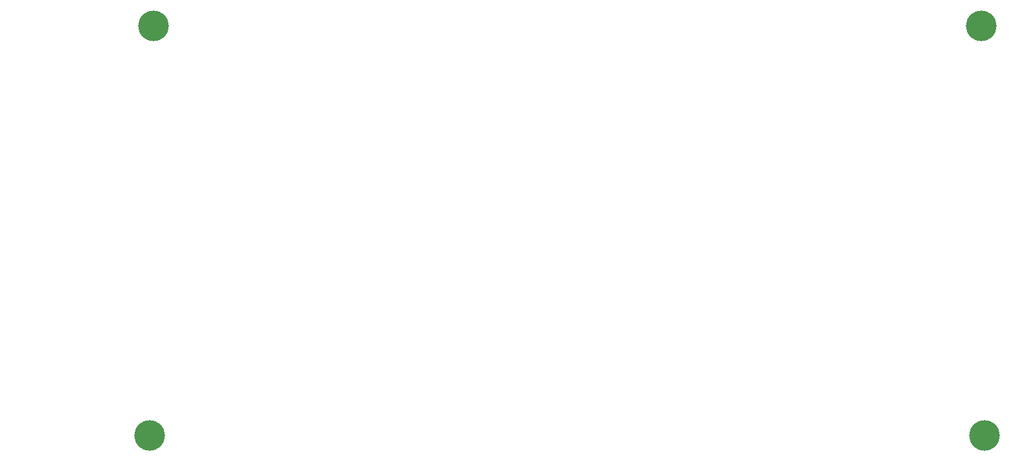
<source format=gbr>
%TF.GenerationSoftware,Altium Limited,Altium Designer,19.1.8 (144)*%
G04 Layer_Color=0*
%FSLAX26Y26*%
%MOIN*%
%TF.FileFunction,NonPlated,1,2,NPTH,Drill*%
%TF.Part,Single*%
G01*
G75*
%TA.AperFunction,OtherDrill,Pad Free-2 (130mil,2210mil)*%
%ADD49C,0.157480*%
%TA.AperFunction,OtherDrill,Pad Free-2 (110mil,100mil)*%
%ADD50C,0.157480*%
%TA.AperFunction,OtherDrill,Pad Free-2 (4390mil,2210mil)*%
%ADD51C,0.157480*%
%TA.AperFunction,OtherDrill,Pad Free-2 (4406.063mil,102.362mil)*%
%ADD52C,0.157480*%
G36*
X-535000Y1145000D02*
D01*
D02*
G37*
D49*
X130000Y2210000D02*
D03*
D50*
X110000Y100000D02*
D03*
D51*
X4390000Y2210000D02*
D03*
D52*
X4406063Y102362D02*
D03*
%TF.MD5,917591c63572d57e8ffa7797f3f68fd0*%
M02*

</source>
